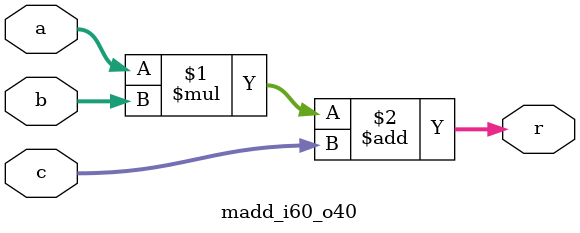
<source format=v>
module madd_i60_o40 (a, b, c, r);
input [19:0] a, b, c;
output [39:0] r;


assign r = (a * b) + c;

endmodule  

</source>
